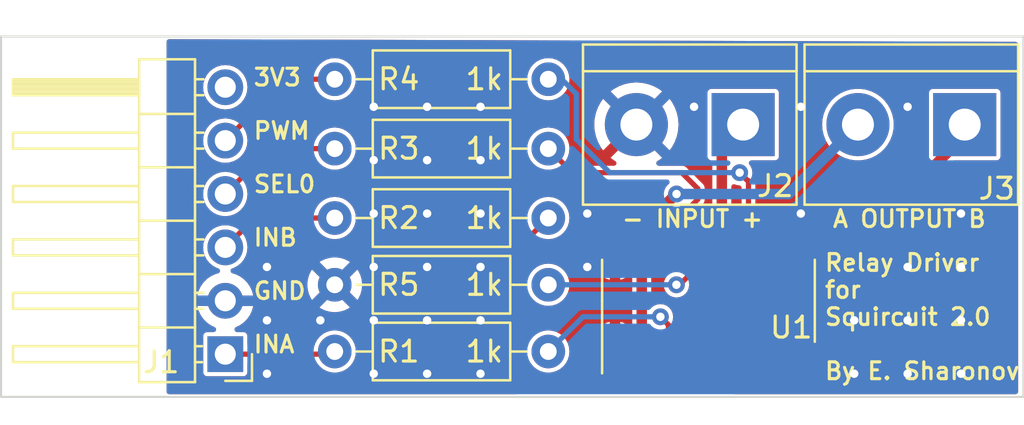
<source format=kicad_pcb>
(kicad_pcb (version 20221018) (generator pcbnew)
  (layers (0 "F.Cu" signal) (31 "B.Cu" signal) (34 "B.Paste" user) (35 "F.Paste" user) (36 "B.SilkS" user "B.Silkscreen") (37 "F.SilkS" user "F.Silkscreen") (38 "B.Mask" user) (39 "F.Mask" user) (44 "Edge.Cuts" user))
  (net 0 "")
  (net 1 "Net-(J1-Pin_1)")
  (net 2 "GND")
  (net 3 "Net-(J1-Pin_3)")
  (net 4 "Net-(J1-Pin_4)")
  (net 5 "Net-(J1-Pin_5)")
  (net 7 "/VCC")
  (net 8 "/OUTA")
  (net 9 "/INA")
  (net 10 "/INB")
  (net 11 "/OUTB")
  (net 12 "/PWM")
  (net 13 "/CS")
  (net 14 "/SEL0")
  (footprint "Connector_PinHeader_2.54mm:PinHeader_1x06_P2.54mm_Horizontal" (layer "F.Cu") (at 26.67 27.686 180)
    (fp_text reference "J1" (at 3.048 -0.381) (layer "F.SilkS"))
    (fp_text value "Digital Input")
    (fp_line (start -1.27 -1.27) (end 0 -1.27) (stroke (width 0.12)) (layer "F.SilkS"))
    (fp_line (start -1.27 0) (end -1.27 -1.27) (stroke (width 0.12)) (layer "F.SilkS"))
    (fp_line (start 1.042929 2.16) (end 1.44 2.16) (stroke (width 0.12)) (layer "F.SilkS"))
    (fp_line (start 1.042929 2.92) (end 1.44 2.92) (stroke (width 0.12)) (layer "F.SilkS"))
    (fp_line (start 1.042929 4.7) (end 1.44 4.7) (stroke (width 0.12)) (layer "F.SilkS"))
    (fp_line (start 1.042929 5.46) (end 1.44 5.46) (stroke (width 0.12)) (layer "F.SilkS"))
    (fp_line (start 1.042929 7.24) (end 1.44 7.24) (stroke (width 0.12)) (layer "F.SilkS"))
    (fp_line (start 1.042929 8) (end 1.44 8) (stroke (width 0.12)) (layer "F.SilkS"))
    (fp_line (start 1.042929 9.78) (end 1.44 9.78) (stroke (width 0.12)) (layer "F.SilkS"))
    (fp_line (start 1.042929 10.54) (end 1.44 10.54) (stroke (width 0.12)) (layer "F.SilkS"))
    (fp_line (start 1.042929 12.32) (end 1.44 12.32) (stroke (width 0.12)) (layer "F.SilkS"))
    (fp_line (start 1.042929 13.08) (end 1.44 13.08) (stroke (width 0.12)) (layer "F.SilkS"))
    (fp_line (start 1.11 -0.38) (end 1.44 -0.38) (stroke (width 0.12)) (layer "F.SilkS"))
    (fp_line (start 1.11 0.38) (end 1.44 0.38) (stroke (width 0.12)) (layer "F.SilkS"))
    (fp_line (start 1.44 -1.33) (end 1.44 14.03) (stroke (width 0.12)) (layer "F.SilkS"))
    (fp_line (start 1.44 1.27) (end 4.1 1.27) (stroke (width 0.12)) (layer "F.SilkS"))
    (fp_line (start 1.44 3.81) (end 4.1 3.81) (stroke (width 0.12)) (layer "F.SilkS"))
    (fp_line (start 1.44 6.35) (end 4.1 6.35) (stroke (width 0.12)) (layer "F.SilkS"))
    (fp_line (start 1.44 8.89) (end 4.1 8.89) (stroke (width 0.12)) (layer "F.SilkS"))
    (fp_line (start 1.44 11.43) (end 4.1 11.43) (stroke (width 0.12)) (layer "F.SilkS"))
    (fp_line (start 1.44 14.03) (end 4.1 14.03) (stroke (width 0.12)) (layer "F.SilkS"))
    (fp_line (start 4.1 -1.33) (end 1.44 -1.33) (stroke (width 0.12)) (layer "F.SilkS"))
    (fp_line (start 4.1 -0.38) (end 10.1 -0.38) (stroke (width 0.12)) (layer "F.SilkS"))
    (fp_line (start 4.1 2.16) (end 10.1 2.16) (stroke (width 0.12)) (layer "F.SilkS"))
    (fp_line (start 4.1 4.7) (end 10.1 4.7) (stroke (width 0.12)) (layer "F.SilkS"))
    (fp_line (start 4.1 7.24) (end 10.1 7.24) (stroke (width 0.12)) (layer "F.SilkS"))
    (fp_line (start 4.1 9.78) (end 10.1 9.78) (stroke (width 0.12)) (layer "F.SilkS"))
    (fp_line (start 4.1 12.32) (end 10.1 12.32) (stroke (width 0.12)) (layer "F.SilkS"))
    (fp_line (start 4.1 12.38) (end 10.1 12.38) (stroke (width 0.12)) (layer "F.SilkS"))
    (fp_line (start 4.1 12.5) (end 10.1 12.5) (stroke (width 0.12)) (layer "F.SilkS"))
    (fp_line (start 4.1 12.62) (end 10.1 12.62) (stroke (width 0.12)) (layer "F.SilkS"))
    (fp_line (start 4.1 12.74) (end 10.1 12.74) (stroke (width 0.12)) (layer "F.SilkS"))
    (fp_line (start 4.1 12.86) (end 10.1 12.86) (stroke (width 0.12)) (layer "F.SilkS"))
    (fp_line (start 4.1 12.98) (end 10.1 12.98) (stroke (width 0.12)) (layer "F.SilkS"))
    (fp_line (start 4.1 14.03) (end 4.1 -1.33) (stroke (width 0.12)) (layer "F.SilkS"))
    (fp_line (start 10.1 -0.38) (end 10.1 0.38) (stroke (width 0.12)) (layer "F.SilkS"))
    (fp_line (start 10.1 0.38) (end 4.1 0.38) (stroke (width 0.12)) (layer "F.SilkS"))
    (fp_line (start 10.1 2.16) (end 10.1 2.92) (stroke (width 0.12)) (layer "F.SilkS"))
    (fp_line (start 10.1 2.92) (end 4.1 2.92) (stroke (width 0.12)) (layer "F.SilkS"))
    (fp_line (start 10.1 4.7) (end 10.1 5.46) (stroke (width 0.12)) (layer "F.SilkS"))
    (fp_line (start 10.1 5.46) (end 4.1 5.46) (stroke (width 0.12)) (layer "F.SilkS"))
    (fp_line (start 10.1 7.24) (end 10.1 8) (stroke (width 0.12)) (layer "F.SilkS"))
    (fp_line (start 10.1 8) (end 4.1 8) (stroke (width 0.12)) (layer "F.SilkS"))
    (fp_line (start 10.1 9.78) (end 10.1 10.54) (stroke (width 0.12)) (layer "F.SilkS"))
    (fp_line (start 10.1 10.54) (end 4.1 10.54) (stroke (width 0.12)) (layer "F.SilkS"))
    (fp_line (start 10.1 12.32) (end 10.1 13.08) (stroke (width 0.12)) (layer "F.SilkS"))
    (fp_line (start 10.1 13.08) (end 4.1 13.08) (stroke (width 0.12)) (layer "F.SilkS"))
    (pad "1" thru_hole rect (at 0 0 180) (size 1.7 1.7) (drill 1) (layers "*.Cu" "*.Mask") (net 1 "Net-(J1-Pin_1)"))
    (pad "2" thru_hole oval (at 0 2.54 180) (size 1.7 1.7) (drill 1) (layers "*.Cu" "*.Mask") (net 2 "GND"))
    (pad "3" thru_hole oval (at 0 5.08 180) (size 1.7 1.7) (drill 1) (layers "*.Cu" "*.Mask") (net 3 "Net-(J1-Pin_3)"))
    (pad "4" thru_hole oval (at 0 7.62 180) (size 1.7 1.7) (drill 1) (layers "*.Cu" "*.Mask") (net 4 "Net-(J1-Pin_4)"))
    (pad "5" thru_hole oval (at 0 10.16 180) (size 1.7 1.7) (drill 1) (layers "*.Cu" "*.Mask") (net 5 "Net-(J1-Pin_5)"))
    (pad "6" thru_hole oval (at 0 12.7 180) (size 1.7 1.7) (drill 1) (layers "*.Cu" "*.Mask"))
  )
  (footprint "TerminalBlock:TerminalBlock_bornier-2_P5.08mm" (layer "F.Cu") (at 61.849 16.764 180)
    (fp_text reference "J3" (at -1.524 -3.048) (layer "F.SilkS"))
    (fp_text value "OUT")
    (fp_line (start -2.54 -3.81) (end -2.54 3.81) (stroke (width 0.12)) (layer "F.SilkS"))
    (fp_line (start -2.54 3.81) (end 7.62 3.81) (stroke (width 0.12)) (layer "F.SilkS"))
    (fp_line (start 7.62 -3.81) (end -2.54 -3.81) (stroke (width 0.12)) (layer "F.SilkS"))
    (fp_line (start 7.62 2.54) (end -2.54 2.54) (stroke (width 0.12)) (layer "F.SilkS"))
    (fp_line (start 7.62 3.81) (end 7.62 -3.81) (stroke (width 0.12)) (layer "F.SilkS"))
    (pad "1" thru_hole rect (at 0 0 180) (size 3 3) (drill 1.52) (layers "*.Cu" "*.Mask") (net 11 "/OUTB"))
    (pad "2" thru_hole circle (at 5.08 0 180) (size 3 3) (drill 1.52) (layers "*.Cu" "*.Mask") (net 8 "/OUTA"))
  )
  (footprint "Package_SO:SOIC-16_3.9x9.9mm_P1.27mm" (layer "F.Cu") (at 49.657 25.146 90)
    (fp_text reference "U1" (at -1.27 3.937) (layer "F.SilkS"))
    (fp_text value "VNH7100BAS")
    (fp_line (start 0 -5.06) (end -3.45 -5.06) (stroke (width 0.12)) (layer "F.SilkS"))
    (fp_line (start 0 -5.06) (end 1.95 -5.06) (stroke (width 0.12)) (layer "F.SilkS"))
    (fp_line (start 0 5.06) (end -1.95 5.06) (stroke (width 0.12)) (layer "F.SilkS"))
    (fp_line (start 0 5.06) (end 1.95 5.06) (stroke (width 0.12)) (layer "F.SilkS"))
    (pad "1" smd roundrect (at -2.475 -4.445 90) (size 1.95 0.6) (layers "F.Cu" "F.Paste" "F.Mask") (net 2 "GND"))
    (pad "2" smd roundrect (at -2.475 -3.175 90) (size 1.95 0.6) (layers "F.Cu" "F.Paste" "F.Mask") (net 8 "/OUTA"))
    (pad "3" smd roundrect (at -2.475 -1.905 90) (size 1.95 0.6) (layers "F.Cu" "F.Paste" "F.Mask") (net 9 "/INA"))
    (pad "4" smd roundrect (at -2.475 -0.635 90) (size 1.95 0.6) (layers "F.Cu" "F.Paste" "F.Mask") (net 7 "/VCC"))
    (pad "5" smd roundrect (at -2.475 0.635 90) (size 1.95 0.6) (layers "F.Cu" "F.Paste" "F.Mask") (net 7 "/VCC"))
    (pad "6" smd roundrect (at -2.475 1.905 90) (size 1.95 0.6) (layers "F.Cu" "F.Paste" "F.Mask") (net 10 "/INB"))
    (pad "7" smd roundrect (at -2.475 3.175 90) (size 1.95 0.6) (layers "F.Cu" "F.Paste" "F.Mask") (net 11 "/OUTB"))
    (pad "8" smd roundrect (at -2.475 4.445 90) (size 1.95 0.6) (layers "F.Cu" "F.Paste" "F.Mask") (net 2 "GND"))
    (pad "9" smd roundrect (at 2.475 4.445 90) (size 1.95 0.6) (layers "F.Cu" "F.Paste" "F.Mask") (net 2 "GND"))
    (pad "10" smd roundrect (at 2.475 3.175 90) (size 1.95 0.6) (layers "F.Cu" "F.Paste" "F.Mask") (net 11 "/OUTB"))
    (pad "11" smd roundrect (at 2.475 1.905 90) (size 1.95 0.6) (layers "F.Cu" "F.Paste" "F.Mask") (net 12 "/PWM"))
    (pad "12" smd roundrect (at 2.475 0.635 90) (size 1.95 0.6) (layers "F.Cu" "F.Paste" "F.Mask") (net 7 "/VCC"))
    (pad "13" smd roundrect (at 2.475 -0.635 90) (size 1.95 0.6) (layers "F.Cu" "F.Paste" "F.Mask") (net 13 "/CS"))
    (pad "14" smd roundrect (at 2.475 -1.905 90) (size 1.95 0.6) (layers "F.Cu" "F.Paste" "F.Mask") (net 14 "/SEL0"))
    (pad "15" smd roundrect (at 2.475 -3.175 90) (size 1.95 0.6) (layers "F.Cu" "F.Paste" "F.Mask") (net 8 "/OUTA"))
    (pad "16" smd roundrect (at 2.475 -4.445 90) (size 1.95 0.6) (layers "F.Cu" "F.Paste" "F.Mask") (net 2 "GND"))
  )
  (footprint "TerminalBlock:TerminalBlock_bornier-2_P5.08mm" (layer "F.Cu") (at 51.308 16.764 180)
    (fp_text reference "J2" (at -1.524 -2.921) (layer "F.SilkS"))
    (fp_text value "VCC")
    (fp_line (start -2.54 -3.81) (end -2.54 3.81) (stroke (width 0.12)) (layer "F.SilkS"))
    (fp_line (start -2.54 3.81) (end 7.62 3.81) (stroke (width 0.12)) (layer "F.SilkS"))
    (fp_line (start 7.62 -3.81) (end -2.54 -3.81) (stroke (width 0.12)) (layer "F.SilkS"))
    (fp_line (start 7.62 2.54) (end -2.54 2.54) (stroke (width 0.12)) (layer "F.SilkS"))
    (fp_line (start 7.62 3.81) (end 7.62 -3.81) (stroke (width 0.12)) (layer "F.SilkS"))
    (pad "1" thru_hole rect (at 0 0 180) (size 3 3) (drill 1.52) (layers "*.Cu" "*.Mask") (net 7 "/VCC"))
    (pad "2" thru_hole circle (at 5.08 0 180) (size 3 3) (drill 1.52) (layers "*.Cu" "*.Mask") (net 2 "GND"))
  )
  (footprint "Resistor_THT:R_Axial_DIN0207_L6.3mm_D2.5mm_P10.16mm_Horizontal" (layer "F.Cu") (at 31.877 21.209)
    (fp_text reference "R2" (at 3.048 0) (layer "F.SilkS"))
    (fp_text value "1k" (at 7.112 0) (layer "F.SilkS"))
    (fp_line (start 1.04 0) (end 1.81 0) (stroke (width 0.12)) (layer "F.SilkS"))
    (fp_line (start 1.81 -1.37) (end 1.81 1.37) (stroke (width 0.12)) (layer "F.SilkS"))
    (fp_line (start 1.81 1.37) (end 8.35 1.37) (stroke (width 0.12)) (layer "F.SilkS"))
    (fp_line (start 8.35 -1.37) (end 1.81 -1.37) (stroke (width 0.12)) (layer "F.SilkS"))
    (fp_line (start 8.35 1.37) (end 8.35 -1.37) (stroke (width 0.12)) (layer "F.SilkS"))
    (fp_line (start 9.12 0) (end 8.35 0) (stroke (width 0.12)) (layer "F.SilkS"))
    (pad "1" thru_hole circle (at 0 0) (size 1.6 1.6) (drill 0.8) (layers "*.Cu" "*.Mask") (net 3 "Net-(J1-Pin_3)"))
    (pad "2" thru_hole oval (at 10.16 0) (size 1.6 1.6) (drill 0.8) (layers "*.Cu" "*.Mask") (net 10 "/INB"))
  )
  (footprint "Resistor_THT:R_Axial_DIN0207_L6.3mm_D2.5mm_P10.16mm_Horizontal" (layer "F.Cu") (at 31.877 14.605)
    (fp_text reference "R4" (at 3.048 0) (layer "F.SilkS"))
    (fp_text value "1k" (at 7.112 0) (layer "F.SilkS"))
    (fp_line (start 1.04 0) (end 1.81 0) (stroke (width 0.12)) (layer "F.SilkS"))
    (fp_line (start 1.81 -1.37) (end 1.81 1.37) (stroke (width 0.12)) (layer "F.SilkS"))
    (fp_line (start 1.81 1.37) (end 8.35 1.37) (stroke (width 0.12)) (layer "F.SilkS"))
    (fp_line (start 8.35 -1.37) (end 1.81 -1.37) (stroke (width 0.12)) (layer "F.SilkS"))
    (fp_line (start 8.35 1.37) (end 8.35 -1.37) (stroke (width 0.12)) (layer "F.SilkS"))
    (fp_line (start 9.12 0) (end 8.35 0) (stroke (width 0.12)) (layer "F.SilkS"))
    (pad "1" thru_hole circle (at 0 0) (size 1.6 1.6) (drill 0.8) (layers "*.Cu" "*.Mask") (net 5 "Net-(J1-Pin_5)"))
    (pad "2" thru_hole oval (at 10.16 0) (size 1.6 1.6) (drill 0.8) (layers "*.Cu" "*.Mask") (net 12 "/PWM"))
  )
  (footprint "Resistor_THT:R_Axial_DIN0207_L6.3mm_D2.5mm_P10.16mm_Horizontal" (layer "F.Cu") (at 31.877 17.907)
    (fp_text reference "R3" (at 3.048 0) (layer "F.SilkS"))
    (fp_text value "1k" (at 7.112 0) (layer "F.SilkS"))
    (fp_line (start 1.04 0) (end 1.81 0) (stroke (width 0.12)) (layer "F.SilkS"))
    (fp_line (start 1.81 -1.37) (end 1.81 1.37) (stroke (width 0.12)) (layer "F.SilkS"))
    (fp_line (start 1.81 1.37) (end 8.35 1.37) (stroke (width 0.12)) (layer "F.SilkS"))
    (fp_line (start 8.35 -1.37) (end 1.81 -1.37) (stroke (width 0.12)) (layer "F.SilkS"))
    (fp_line (start 8.35 1.37) (end 8.35 -1.37) (stroke (width 0.12)) (layer "F.SilkS"))
    (fp_line (start 9.12 0) (end 8.35 0) (stroke (width 0.12)) (layer "F.SilkS"))
    (pad "1" thru_hole circle (at 0 0) (size 1.6 1.6) (drill 0.8) (layers "*.Cu" "*.Mask") (net 4 "Net-(J1-Pin_4)"))
    (pad "2" thru_hole oval (at 10.16 0) (size 1.6 1.6) (drill 0.8) (layers "*.Cu" "*.Mask") (net 14 "/SEL0"))
  )
  (footprint "Resistor_THT:R_Axial_DIN0207_L6.3mm_D2.5mm_P10.16mm_Horizontal" (layer "F.Cu") (at 31.877 27.559)
    (fp_text reference "R1" (at 3.048 0) (layer "F.SilkS"))
    (fp_text value "1k" (at 7.112 0) (layer "F.SilkS"))
    (fp_line (start 1.04 0) (end 1.81 0) (stroke (width 0.12)) (layer "F.SilkS"))
    (fp_line (start 1.81 -1.37) (end 1.81 1.37) (stroke (width 0.12)) (layer "F.SilkS"))
    (fp_line (start 1.81 1.37) (end 8.35 1.37) (stroke (width 0.12)) (layer "F.SilkS"))
    (fp_line (start 8.35 -1.37) (end 1.81 -1.37) (stroke (width 0.12)) (layer "F.SilkS"))
    (fp_line (start 8.35 1.37) (end 8.35 -1.37) (stroke (width 0.12)) (layer "F.SilkS"))
    (fp_line (start 9.12 0) (end 8.35 0) (stroke (width 0.12)) (layer "F.SilkS"))
    (pad "1" thru_hole circle (at 0 0) (size 1.6 1.6) (drill 0.8) (layers "*.Cu" "*.Mask") (net 1 "Net-(J1-Pin_1)"))
    (pad "2" thru_hole oval (at 10.16 0) (size 1.6 1.6) (drill 0.8) (layers "*.Cu" "*.Mask") (net 9 "/INA"))
  )
  (footprint "Resistor_THT:R_Axial_DIN0207_L6.3mm_D2.5mm_P10.16mm_Horizontal" (layer "F.Cu") (at 31.877 24.384)
    (fp_text reference "R5" (at 3.048 0) (layer "F.SilkS"))
    (fp_text value "1k" (at 7.112 0) (layer "F.SilkS"))
    (fp_line (start 1.04 0) (end 1.81 0) (stroke (width 0.12)) (layer "F.SilkS"))
    (fp_line (start 1.81 -1.37) (end 1.81 1.37) (stroke (width 0.12)) (layer "F.SilkS"))
    (fp_line (start 1.81 1.37) (end 8.35 1.37) (stroke (width 0.12)) (layer "F.SilkS"))
    (fp_line (start 8.35 -1.37) (end 1.81 -1.37) (stroke (width 0.12)) (layer "F.SilkS"))
    (fp_line (start 8.35 1.37) (end 8.35 -1.37) (stroke (width 0.12)) (layer "F.SilkS"))
    (fp_line (start 9.12 0) (end 8.35 0) (stroke (width 0.12)) (layer "F.SilkS"))
    (pad "1" thru_hole circle (at 0 0) (size 1.6 1.6) (drill 0.8) (layers "*.Cu" "*.Mask") (net 2 "GND"))
    (pad "2" thru_hole oval (at 10.16 0) (size 1.6 1.6) (drill 0.8) (layers "*.Cu" "*.Mask") (net 13 "/CS"))
  )
  (gr_rect (start 16.002 12.573) (end 64.643 29.718) (stroke (width 0.1)) (fill none) (layer "Edge.Cuts"))
  (gr_text "SEL0\n" (at 27.94 20.066) (layer "F.SilkS") (effects (font (size 0.8 0.8)) (justify left bottom)))
  (gr_text "GND" (at 27.94 25.146) (layer "F.SilkS") (effects (font (size 0.8 0.8)) (justify left bottom)))
  (gr_text "Relay Driver\nfor\nSquircuit 2.0\n\nBy E. Sharonov" (at 55.118 28.956) (layer "F.SilkS") (effects (font (size 0.8 0.8)) (justify left bottom)))
  (gr_text "A OUTPUT B" (at 55.499 21.717) (layer "F.SilkS") (effects (font (size 0.8 0.8)) (justify left bottom)))
  (gr_text "3V3" (at 27.94 14.986) (layer "F.SilkS") (effects (font (size 0.8 0.8)) (justify left bottom)))
  (gr_text "PWM" (at 27.94 17.526) (layer "F.SilkS") (effects (font (size 0.8 0.8)) (justify left bottom)))
  (gr_text "- INPUT +" (at 45.466 21.717) (layer "F.SilkS") (effects (font (size 0.8 0.8)) (justify left bottom)))
  (gr_text "INB" (at 27.94 22.606) (layer "F.SilkS") (effects (font (size 0.8 0.8)) (justify left bottom)))
  (gr_text "INA" (at 27.94 27.686) (layer "F.SilkS") (effects (font (size 0.8 0.8)) (justify left bottom)))
  (segment (start 31.75 27.686) (end 31.877 27.559) (width 0.25) (layer "F.Cu") (net 1))
  (segment (start 26.67 27.686) (end 31.75 27.686) (width 0.25) (layer "F.Cu") (net 1))
  (via (at 56.592 26.07575) (size 0.8) (drill 0.4) (layers "F.Cu" "B.Cu") (net 2))
  (via (at 33.732 20.99575) (size 0.8) (drill 0.4) (layers "F.Cu" "B.Cu") (net 2))
  (via (at 33.732 23.53575) (size 0.8) (drill 0.4) (layers "F.Cu" "B.Cu") (net 2))
  (via (at 36.272 15.91575) (size 0.8) (drill 0.4) (layers "F.Cu" "B.Cu") (net 2))
  (via (at 43.892 20.99575) (size 0.8) (drill 0.4) (layers "F.Cu" "B.Cu") (net 2))
  (via (at 61.672 20.99575) (size 0.8) (drill 0.4) (layers "F.Cu" "B.Cu") (net 2))
  (via (at 33.732 15.91575) (size 0.8) (drill 0.4) (layers "F.Cu" "B.Cu") (net 2))
  (via (at 36.272 23.53575) (size 0.8) (drill 0.4) (layers "F.Cu" "B.Cu") (net 2))
  (via (at 59.132 23.53575) (size 0.8) (drill 0.4) (layers "F.Cu" "B.Cu") (net 2))
  (via (at 59.132 26.07575) (size 0.8) (drill 0.4) (layers "F.Cu" "B.Cu") (net 2))
  (via (at 33.732 26.07575) (size 0.8) (drill 0.4) (layers "F.Cu" "B.Cu") (net 2))
  (via (at 28.652 28.61575) (size 0.8) (drill 0.4) (layers "F.Cu" "B.Cu") (net 2))
  (via (at 48.972 15.91575) (size 0.8) (drill 0.4) (layers "F.Cu" "B.Cu") (net 2))
  (via (at 33.732 28.61575) (size 0.8) (drill 0.4) (layers "F.Cu" "B.Cu") (net 2))
  (via (at 38.812 20.99575) (size 0.8) (drill 0.4) (layers "F.Cu" "B.Cu") (net 2))
  (via (at 61.672 23.53575) (size 0.8) (drill 0.4) (layers "F.Cu" "B.Cu") (net 2))
  (via (at 36.272 28.61575) (size 0.8) (drill 0.4) (layers "F.Cu" "B.Cu") (net 2))
  (via (at 54.052 15.91575) (size 0.8) (drill 0.4) (layers "F.Cu" "B.Cu") (net 2))
  (via (at 59.132 28.61575) (size 0.8) (drill 0.4) (layers "F.Cu" "B.Cu") (net 2))
  (via (at 38.812 18.45575) (size 0.8) (drill 0.4) (layers "F.Cu" "B.Cu") (net 2))
  (via (at 28.652 26.07575) (size 0.8) (drill 0.4) (layers "F.Cu" "B.Cu") (net 2))
  (via (at 56.592 28.61575) (size 0.8) (drill 0.4) (layers "F.Cu" "B.Cu") (net 2))
  (via (at 38.812 26.07575) (size 0.8) (drill 0.4) (layers "F.Cu" "B.Cu") (net 2))
  (via (at 38.812 28.61575) (size 0.8) (drill 0.4) (layers "F.Cu" "B.Cu") (net 2))
  (via (at 36.272 26.07575) (size 0.8) (drill 0.4) (layers "F.Cu" "B.Cu") (net 2))
  (via (at 54.052 20.99575) (size 0.8) (drill 0.4) (layers "F.Cu" "B.Cu") (net 2))
  (via (at 38.812 15.91575) (size 0.8) (drill 0.4) (layers "F.Cu" "B.Cu") (net 2))
  (via (at 36.272 18.45575) (size 0.8) (drill 0.4) (layers "F.Cu" "B.Cu") (net 2))
  (via (at 43.892 23.53575) (size 0.8) (drill 0.4) (layers "F.Cu" "B.Cu") (net 2))
  (via (at 61.672 28.61575) (size 0.8) (drill 0.4) (layers "F.Cu" "B.Cu") (net 2))
  (via (at 33.732 18.45575) (size 0.8) (drill 0.4) (layers "F.Cu" "B.Cu") (net 2))
  (via (at 38.812 23.53575) (size 0.8) (drill 0.4) (layers "F.Cu" "B.Cu") (net 2))
  (via (at 31.192 26.07575) (size 0.8) (drill 0.4) (layers "F.Cu" "B.Cu") (net 2))
  (via (at 59.132 15.91575) (size 0.8) (drill 0.4) (layers "F.Cu" "B.Cu") (net 2))
  (via (at 36.272 20.99575) (size 0.8) (drill 0.4) (layers "F.Cu" "B.Cu") (net 2))
  (via (at 28.652 23.53575) (size 0.8) (drill 0.4) (layers "F.Cu" "B.Cu") (net 2))
  (via (at 61.672 26.07575) (size 0.8) (drill 0.4) (layers "F.Cu" "B.Cu") (net 2))
  (segment (start 26.67 22.606) (end 28.067 21.209) (width 0.25) (layer "F.Cu") (net 3))
  (segment (start 28.067 21.209) (end 31.877 21.209) (width 0.25) (layer "F.Cu") (net 3))
  (segment (start 26.67 20.066) (end 28.829 17.907) (width 0.25) (layer "F.Cu") (net 4))
  (segment (start 28.829 17.907) (end 31.877 17.907) (width 0.25) (layer "F.Cu") (net 4))
  (segment (start 29.591 14.605) (end 31.877 14.605) (width 0.25) (layer "F.Cu") (net 5))
  (segment (start 26.67 17.526) (end 29.591 14.605) (width 0.25) (layer "F.Cu") (net 5))
  (segment (start 50.292 22.671) (end 50.292 27.621) (width 0.5) (layer "F.Cu") (net 7))
  (segment (start 50.292 17.78) (end 50.292 22.671) (width 0.5) (layer "F.Cu") (net 7))
  (segment (start 50.292 22.671) (end 50.292 26.351) (width 0.5) (layer "F.Cu") (net 7))
  (segment (start 50.292 26.351) (end 49.022 27.621) (width 0.5) (layer "F.Cu") (net 7))
  (segment (start 51.308 16.764) (end 50.292 17.78) (width 0.5) (layer "F.Cu") (net 7))
  (segment (start 46.482 22.671) (end 46.482 21.696001) (width 0.5) (layer "F.Cu") (net 8))
  (segment (start 48.133 20.066) (end 48.137766 20.066) (width 0.5) (layer "F.Cu") (net 8))
  (segment (start 48.137766 20.066) (end 48.112001 20.066) (width 0.5) (layer "F.Cu") (net 8))
  (segment (start 46.482 27.621) (end 46.482 22.671) (width 0.5) (layer "F.Cu") (net 8))
  (segment (start 46.482 21.696001) (end 48.112001 20.066) (width 0.5) (layer "F.Cu") (net 8))
  (via (at 48.137766 20.066) (size 0.8) (drill 0.4) (layers "F.Cu" "B.Cu") (net 8))
  (segment (start 48.137766 20.066) (end 53.467 20.066) (width 0.5) (layer "B.Cu") (net 8))
  (segment (start 53.467 20.066) (end 56.769 16.764) (width 0.5) (layer "B.Cu") (net 8))
  (segment (start 47.752 26.289) (end 47.752 27.621) (width 0.25) (layer "F.Cu") (net 9))
  (segment (start 47.371 25.908) (end 47.752 26.289) (width 0.25) (layer "F.Cu") (net 9))
  (via (at 47.371 25.908) (size 0.8) (drill 0.4) (layers "F.Cu" "B.Cu") (net 9))
  (segment (start 47.371 25.908) (end 47.117 25.908) (width 0.25) (layer "B.Cu") (net 9))
  (segment (start 42.037 27.559) (end 43.688 25.908) (width 0.25) (layer "B.Cu") (net 9))
  (segment (start 43.815 25.908) (end 47.371 25.908) (width 0.25) (layer "B.Cu") (net 9))
  (segment (start 43.688 25.908) (end 43.815 25.908) (width 0.25) (layer "B.Cu") (net 9))
  (segment (start 40.894 29.21) (end 50.546 29.21) (width 0.25) (layer "F.Cu") (net 10))
  (segment (start 40.64 22.606) (end 40.64 28.956) (width 0.25) (layer "F.Cu") (net 10))
  (segment (start 50.546 29.21) (end 51.562 28.194) (width 0.25) (layer "F.Cu") (net 10))
  (segment (start 40.64 28.956) (end 40.894 29.21) (width 0.25) (layer "F.Cu") (net 10))
  (segment (start 42.037 21.209) (end 40.64 22.606) (width 0.25) (layer "F.Cu") (net 10))
  (segment (start 51.562 28.194) (end 51.562 27.621) (width 0.25) (layer "F.Cu") (net 10))
  (segment (start 52.832 22.671) (end 52.832 26.289) (width 0.5) (layer "F.Cu") (net 11))
  (segment (start 61.849 17.272) (end 61.849 16.764) (width 0.5) (layer "F.Cu") (net 11))
  (segment (start 52.832 26.289) (end 61.849 17.272) (width 0.5) (layer "F.Cu") (net 11))
  (segment (start 52.832 27.621) (end 52.832 22.671) (width 0.5) (layer "F.Cu") (net 11))
  (segment (start 51.1415 19.05) (end 51.2685 19.177) (width 0.25) (layer "F.Cu") (net 12))
  (segment (start 51.5225 19.431) (end 51.562 19.431) (width 0.25) (layer "F.Cu") (net 12))
  (segment (start 51.562 19.4705) (end 51.1415 19.05) (width 0.25) (layer "F.Cu") (net 12))
  (segment (start 51.1415 19.05) (end 51.5225 19.431) (width 0.25) (layer "F.Cu") (net 12))
  (segment (start 51.562 22.671) (end 51.562 19.4705) (width 0.25) (layer "F.Cu") (net 12))
  (via (at 51.1415 19.05) (size 0.8) (drill 0.4) (layers "F.Cu" "B.Cu") (net 12))
  (segment (start 44.958 19.05) (end 43.3705 17.4625) (width 0.25) (layer "B.Cu") (net 12))
  (segment (start 43.3705 15.3035) (end 42.672 14.605) (width 0.25) (layer "B.Cu") (net 12))
  (segment (start 42.672 14.605) (end 42.037 14.605) (width 0.25) (layer "B.Cu") (net 12))
  (segment (start 43.3705 17.4625) (end 43.3705 15.3035) (width 0.25) (layer "B.Cu") (net 12))
  (segment (start 44.958 19.05) (end 51.1415 19.05) (width 0.25) (layer "B.Cu") (net 12))
  (segment (start 49.022 23.645999) (end 49.022 22.671) (width 0.25) (layer "F.Cu") (net 13))
  (segment (start 48.283999 24.384) (end 49.022 23.645999) (width 0.25) (layer "F.Cu") (net 13))
  (segment (start 48.133 24.384) (end 48.283999 24.384) (width 0.25) (layer "F.Cu") (net 13))
  (via (at 48.133 24.384) (size 0.8) (drill 0.4) (layers "F.Cu" "B.Cu") (net 13))
  (segment (start 42.037 24.384) (end 48.133 24.384) (width 0.25) (layer "B.Cu") (net 13))
  (segment (start 43.18 19.05) (end 48.387 19.05) (width 0.25) (layer "F.Cu") (net 14))
  (segment (start 49.149 20.32) (end 47.752 21.717) (width 0.25) (layer "F.Cu") (net 14))
  (segment (start 49.149 19.812) (end 49.149 20.32) (width 0.25) (layer "F.Cu") (net 14))
  (segment (start 47.752 21.717) (end 47.752 22.671) (width 0.25) (layer "F.Cu") (net 14))
  (segment (start 42.037 17.907) (end 43.18 19.05) (width 0.25) (layer "F.Cu") (net 14))
  (segment (start 48.387 19.05) (end 49.149 19.812) (width 0.25) (layer "F.Cu") (net 14))
  (zone (net 2) (net_name "GND") (layers "F&B.Cu") (name "GND") (connect_pads (clearance 0)) (min_thickness 0.25) (fill yes (thermal_gap 0.5) (thermal_bridge_width 0.5))
    (polygon (pts (xy 23.876 29.591) (xy 64.389 29.591) (xy 64.389 12.827) (xy 23.876 12.7)))
  )
)
</source>
